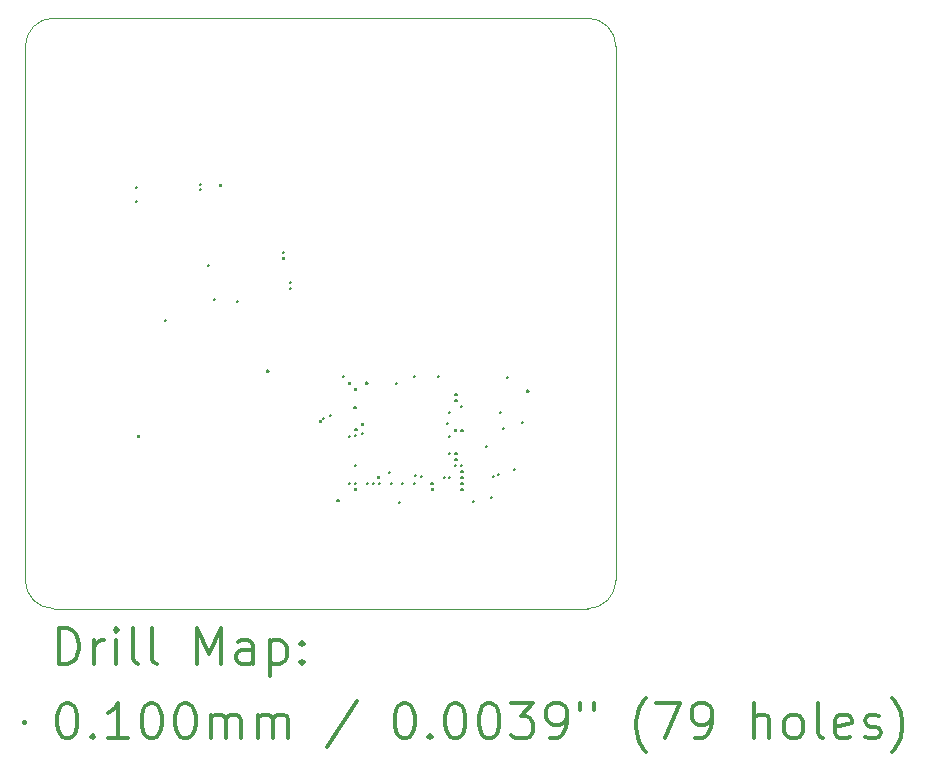
<source format=gbr>
%FSLAX45Y45*%
G04 Gerber Fmt 4.5, Leading zero omitted, Abs format (unit mm)*
G04 Created by KiCad (PCBNEW 5.1.10-88a1d61d58~88~ubuntu20.04.1) date 2021-06-10 18:40:54*
%MOMM*%
%LPD*%
G01*
G04 APERTURE LIST*
%TA.AperFunction,Profile*%
%ADD10C,0.050000*%
%TD*%
%ADD11C,0.200000*%
%ADD12C,0.300000*%
G04 APERTURE END LIST*
D10*
X16500000Y-11410000D02*
G75*
G02*
X16260000Y-11650000I-240000J0D01*
G01*
X11740000Y-11650000D02*
G75*
G02*
X11500000Y-11410000I0J240000D01*
G01*
X16260000Y-6650000D02*
G75*
G02*
X16500000Y-6890000I0J-240000D01*
G01*
X11500000Y-6890000D02*
G75*
G02*
X11740000Y-6650000I240000J0D01*
G01*
X11500000Y-6890000D02*
X11500000Y-7150000D01*
X16260000Y-6650000D02*
X11740000Y-6650000D01*
X16500000Y-11410000D02*
X16500000Y-6890000D01*
X11740000Y-11650000D02*
X16260000Y-11650000D01*
X11500000Y-7150000D02*
X11500000Y-11410000D01*
D11*
X12435483Y-8077983D02*
X12445516Y-8088016D01*
X12445516Y-8077983D02*
X12435483Y-8088016D01*
X12435483Y-8197983D02*
X12445516Y-8208016D01*
X12445516Y-8197983D02*
X12435483Y-8208016D01*
X12450983Y-10182984D02*
X12461016Y-10193017D01*
X12461016Y-10182984D02*
X12450983Y-10193017D01*
X12680483Y-9205484D02*
X12690516Y-9215517D01*
X12690516Y-9205484D02*
X12680483Y-9215517D01*
X12980483Y-8052983D02*
X12990516Y-8063016D01*
X12990516Y-8052983D02*
X12980483Y-8063016D01*
X12980483Y-8097983D02*
X12990516Y-8108016D01*
X12990516Y-8097983D02*
X12980483Y-8108016D01*
X13047983Y-8740484D02*
X13058016Y-8750517D01*
X13058016Y-8740484D02*
X13047983Y-8750517D01*
X13099983Y-9025984D02*
X13110016Y-9036017D01*
X13110016Y-9025984D02*
X13099983Y-9036017D01*
X13148983Y-8057983D02*
X13159016Y-8068016D01*
X13159016Y-8057983D02*
X13148983Y-8068016D01*
X13292983Y-9045484D02*
X13303016Y-9055517D01*
X13303016Y-9045484D02*
X13292983Y-9055517D01*
X13548983Y-9632984D02*
X13559016Y-9643017D01*
X13559016Y-9632984D02*
X13548983Y-9643017D01*
X13682983Y-8676984D02*
X13693016Y-8687017D01*
X13693016Y-8676984D02*
X13682983Y-8687017D01*
X13683983Y-8632984D02*
X13694016Y-8643017D01*
X13694016Y-8632984D02*
X13683983Y-8643017D01*
X13740483Y-8880484D02*
X13750516Y-8890517D01*
X13750516Y-8880484D02*
X13740483Y-8890517D01*
X13740983Y-8937984D02*
X13751016Y-8948017D01*
X13751016Y-8937984D02*
X13740983Y-8948017D01*
X13991045Y-10057234D02*
X14001078Y-10067267D01*
X14001078Y-10057234D02*
X13991045Y-10067267D01*
X14020045Y-10033044D02*
X14030078Y-10043077D01*
X14030078Y-10033044D02*
X14020045Y-10043077D01*
X14079983Y-10012984D02*
X14090016Y-10023017D01*
X14090016Y-10012984D02*
X14079983Y-10023017D01*
X14141983Y-10732484D02*
X14152016Y-10742517D01*
X14152016Y-10732484D02*
X14141983Y-10742517D01*
X14190983Y-9681657D02*
X14201016Y-9691690D01*
X14201016Y-9681657D02*
X14190983Y-9691690D01*
X14238657Y-9733984D02*
X14248690Y-9744017D01*
X14248690Y-9733984D02*
X14238657Y-9744017D01*
X14239596Y-10584869D02*
X14249629Y-10594902D01*
X14249629Y-10584869D02*
X14239596Y-10594902D01*
X14241983Y-10184984D02*
X14252016Y-10195017D01*
X14252016Y-10184984D02*
X14241983Y-10195017D01*
X14285919Y-9938887D02*
X14295952Y-9948920D01*
X14295952Y-9938887D02*
X14285919Y-9948920D01*
X14289483Y-10182484D02*
X14299516Y-10192517D01*
X14299516Y-10182484D02*
X14289483Y-10192517D01*
X14289483Y-10432596D02*
X14299516Y-10442629D01*
X14299516Y-10432596D02*
X14289483Y-10442629D01*
X14289596Y-10584869D02*
X14299629Y-10594902D01*
X14299629Y-10584869D02*
X14289596Y-10594902D01*
X14291983Y-9784984D02*
X14302016Y-9795017D01*
X14302016Y-9784984D02*
X14291983Y-9795017D01*
X14291983Y-10632484D02*
X14302016Y-10642517D01*
X14302016Y-10632484D02*
X14291983Y-10642517D01*
X14294583Y-10126234D02*
X14304616Y-10136267D01*
X14304616Y-10126234D02*
X14294583Y-10136267D01*
X14349483Y-10082484D02*
X14359516Y-10092517D01*
X14359516Y-10082484D02*
X14349483Y-10092517D01*
X14350983Y-10159984D02*
X14361016Y-10170017D01*
X14361016Y-10159984D02*
X14350983Y-10170017D01*
X14388657Y-9733983D02*
X14398690Y-9744016D01*
X14398690Y-9733983D02*
X14388657Y-9744016D01*
X14391983Y-10582484D02*
X14402016Y-10592517D01*
X14402016Y-10582484D02*
X14391983Y-10592517D01*
X14439848Y-10582849D02*
X14449881Y-10592882D01*
X14449881Y-10582849D02*
X14439848Y-10592882D01*
X14486983Y-10529984D02*
X14497016Y-10540017D01*
X14497016Y-10529984D02*
X14486983Y-10540017D01*
X14491983Y-10584984D02*
X14502016Y-10595017D01*
X14502016Y-10584984D02*
X14491983Y-10595017D01*
X14579483Y-10489984D02*
X14589516Y-10500017D01*
X14589516Y-10489984D02*
X14579483Y-10500017D01*
X14595549Y-10588550D02*
X14605582Y-10598583D01*
X14605582Y-10588550D02*
X14595549Y-10598583D01*
X14640983Y-9736310D02*
X14651016Y-9746343D01*
X14651016Y-9736310D02*
X14640983Y-9746343D01*
X14665233Y-10743984D02*
X14675266Y-10754017D01*
X14675266Y-10743984D02*
X14665233Y-10754017D01*
X14689483Y-10584984D02*
X14699516Y-10595017D01*
X14699516Y-10584984D02*
X14689483Y-10595017D01*
X14790983Y-9681657D02*
X14801016Y-9691690D01*
X14801016Y-9681657D02*
X14790983Y-9691690D01*
X14791983Y-10584984D02*
X14802016Y-10595017D01*
X14802016Y-10584984D02*
X14791983Y-10595017D01*
X14795983Y-10516984D02*
X14806016Y-10527017D01*
X14806016Y-10516984D02*
X14795983Y-10527017D01*
X14851842Y-10523765D02*
X14861875Y-10533798D01*
X14861875Y-10523765D02*
X14851842Y-10533798D01*
X14938657Y-10583984D02*
X14948690Y-10594017D01*
X14948690Y-10583984D02*
X14938657Y-10594017D01*
X14939848Y-10632849D02*
X14949881Y-10642882D01*
X14949881Y-10632849D02*
X14939848Y-10642882D01*
X14990983Y-9681657D02*
X15001016Y-9691690D01*
X15001016Y-9681657D02*
X14990983Y-9691690D01*
X15041983Y-10534984D02*
X15052016Y-10545017D01*
X15052016Y-10534984D02*
X15041983Y-10545017D01*
X15071983Y-10075984D02*
X15082016Y-10086017D01*
X15082016Y-10075984D02*
X15071983Y-10086017D01*
X15086983Y-9984984D02*
X15097016Y-9995017D01*
X15097016Y-9984984D02*
X15086983Y-9995017D01*
X15086983Y-10184984D02*
X15097016Y-10195017D01*
X15097016Y-10184984D02*
X15086983Y-10195017D01*
X15086983Y-10329984D02*
X15097016Y-10340017D01*
X15097016Y-10329984D02*
X15086983Y-10340017D01*
X15088208Y-10533584D02*
X15098241Y-10543617D01*
X15098241Y-10533584D02*
X15088208Y-10543617D01*
X15139483Y-10434984D02*
X15149516Y-10445017D01*
X15149516Y-10434984D02*
X15139483Y-10445017D01*
X15139848Y-10132849D02*
X15149881Y-10142882D01*
X15149881Y-10132849D02*
X15139848Y-10142882D01*
X15140983Y-9831657D02*
X15151016Y-9841690D01*
X15151016Y-9831657D02*
X15140983Y-9841690D01*
X15140983Y-9881657D02*
X15151016Y-9891690D01*
X15151016Y-9881657D02*
X15140983Y-9891690D01*
X15141869Y-10382596D02*
X15151902Y-10392629D01*
X15151902Y-10382596D02*
X15141869Y-10392629D01*
X15141983Y-10334984D02*
X15152016Y-10345017D01*
X15152016Y-10334984D02*
X15141983Y-10345017D01*
X15189483Y-10432484D02*
X15199516Y-10442517D01*
X15199516Y-10432484D02*
X15189483Y-10442517D01*
X15190983Y-9931657D02*
X15201016Y-9941690D01*
X15201016Y-9931657D02*
X15190983Y-9941690D01*
X15191983Y-10134984D02*
X15202016Y-10145017D01*
X15202016Y-10134984D02*
X15191983Y-10145017D01*
X15191983Y-10484984D02*
X15202016Y-10495017D01*
X15202016Y-10484984D02*
X15191983Y-10495017D01*
X15191983Y-10534984D02*
X15202016Y-10545017D01*
X15202016Y-10534984D02*
X15191983Y-10545017D01*
X15191983Y-10584984D02*
X15202016Y-10595017D01*
X15202016Y-10584984D02*
X15191983Y-10595017D01*
X15191983Y-10634984D02*
X15202016Y-10645017D01*
X15202016Y-10634984D02*
X15191983Y-10645017D01*
X15291983Y-10734984D02*
X15302016Y-10745017D01*
X15302016Y-10734984D02*
X15291983Y-10745017D01*
X15401983Y-10271320D02*
X15412016Y-10281353D01*
X15412016Y-10271320D02*
X15401983Y-10281353D01*
X15438983Y-10702984D02*
X15449016Y-10713017D01*
X15449016Y-10702984D02*
X15438983Y-10713017D01*
X15455983Y-10529065D02*
X15466016Y-10539098D01*
X15466016Y-10529065D02*
X15455983Y-10539098D01*
X15498983Y-10506234D02*
X15509016Y-10516267D01*
X15509016Y-10506234D02*
X15498983Y-10516267D01*
X15515983Y-9985984D02*
X15526016Y-9996017D01*
X15526016Y-9985984D02*
X15515983Y-9996017D01*
X15544983Y-10121984D02*
X15555016Y-10132017D01*
X15555016Y-10121984D02*
X15544983Y-10132017D01*
X15579575Y-9688887D02*
X15589608Y-9698920D01*
X15589608Y-9688887D02*
X15579575Y-9698920D01*
X15638983Y-10469984D02*
X15649016Y-10480017D01*
X15649016Y-10469984D02*
X15638983Y-10480017D01*
X15703983Y-10068984D02*
X15714016Y-10079017D01*
X15714016Y-10068984D02*
X15703983Y-10079017D01*
X15750983Y-9802984D02*
X15761016Y-9813017D01*
X15761016Y-9802984D02*
X15750983Y-9813017D01*
D12*
X11783928Y-12118214D02*
X11783928Y-11818214D01*
X11855357Y-11818214D01*
X11898214Y-11832500D01*
X11926786Y-11861071D01*
X11941071Y-11889643D01*
X11955357Y-11946786D01*
X11955357Y-11989643D01*
X11941071Y-12046786D01*
X11926786Y-12075357D01*
X11898214Y-12103929D01*
X11855357Y-12118214D01*
X11783928Y-12118214D01*
X12083928Y-12118214D02*
X12083928Y-11918214D01*
X12083928Y-11975357D02*
X12098214Y-11946786D01*
X12112500Y-11932500D01*
X12141071Y-11918214D01*
X12169643Y-11918214D01*
X12269643Y-12118214D02*
X12269643Y-11918214D01*
X12269643Y-11818214D02*
X12255357Y-11832500D01*
X12269643Y-11846786D01*
X12283928Y-11832500D01*
X12269643Y-11818214D01*
X12269643Y-11846786D01*
X12455357Y-12118214D02*
X12426786Y-12103929D01*
X12412500Y-12075357D01*
X12412500Y-11818214D01*
X12612500Y-12118214D02*
X12583928Y-12103929D01*
X12569643Y-12075357D01*
X12569643Y-11818214D01*
X12955357Y-12118214D02*
X12955357Y-11818214D01*
X13055357Y-12032500D01*
X13155357Y-11818214D01*
X13155357Y-12118214D01*
X13426786Y-12118214D02*
X13426786Y-11961071D01*
X13412500Y-11932500D01*
X13383928Y-11918214D01*
X13326786Y-11918214D01*
X13298214Y-11932500D01*
X13426786Y-12103929D02*
X13398214Y-12118214D01*
X13326786Y-12118214D01*
X13298214Y-12103929D01*
X13283928Y-12075357D01*
X13283928Y-12046786D01*
X13298214Y-12018214D01*
X13326786Y-12003929D01*
X13398214Y-12003929D01*
X13426786Y-11989643D01*
X13569643Y-11918214D02*
X13569643Y-12218214D01*
X13569643Y-11932500D02*
X13598214Y-11918214D01*
X13655357Y-11918214D01*
X13683928Y-11932500D01*
X13698214Y-11946786D01*
X13712500Y-11975357D01*
X13712500Y-12061071D01*
X13698214Y-12089643D01*
X13683928Y-12103929D01*
X13655357Y-12118214D01*
X13598214Y-12118214D01*
X13569643Y-12103929D01*
X13841071Y-12089643D02*
X13855357Y-12103929D01*
X13841071Y-12118214D01*
X13826786Y-12103929D01*
X13841071Y-12089643D01*
X13841071Y-12118214D01*
X13841071Y-11932500D02*
X13855357Y-11946786D01*
X13841071Y-11961071D01*
X13826786Y-11946786D01*
X13841071Y-11932500D01*
X13841071Y-11961071D01*
X11487467Y-12607484D02*
X11497500Y-12617517D01*
X11497500Y-12607484D02*
X11487467Y-12617517D01*
X11841071Y-12448214D02*
X11869643Y-12448214D01*
X11898214Y-12462500D01*
X11912500Y-12476786D01*
X11926786Y-12505357D01*
X11941071Y-12562500D01*
X11941071Y-12633929D01*
X11926786Y-12691071D01*
X11912500Y-12719643D01*
X11898214Y-12733929D01*
X11869643Y-12748214D01*
X11841071Y-12748214D01*
X11812500Y-12733929D01*
X11798214Y-12719643D01*
X11783928Y-12691071D01*
X11769643Y-12633929D01*
X11769643Y-12562500D01*
X11783928Y-12505357D01*
X11798214Y-12476786D01*
X11812500Y-12462500D01*
X11841071Y-12448214D01*
X12069643Y-12719643D02*
X12083928Y-12733929D01*
X12069643Y-12748214D01*
X12055357Y-12733929D01*
X12069643Y-12719643D01*
X12069643Y-12748214D01*
X12369643Y-12748214D02*
X12198214Y-12748214D01*
X12283928Y-12748214D02*
X12283928Y-12448214D01*
X12255357Y-12491071D01*
X12226786Y-12519643D01*
X12198214Y-12533929D01*
X12555357Y-12448214D02*
X12583928Y-12448214D01*
X12612500Y-12462500D01*
X12626786Y-12476786D01*
X12641071Y-12505357D01*
X12655357Y-12562500D01*
X12655357Y-12633929D01*
X12641071Y-12691071D01*
X12626786Y-12719643D01*
X12612500Y-12733929D01*
X12583928Y-12748214D01*
X12555357Y-12748214D01*
X12526786Y-12733929D01*
X12512500Y-12719643D01*
X12498214Y-12691071D01*
X12483928Y-12633929D01*
X12483928Y-12562500D01*
X12498214Y-12505357D01*
X12512500Y-12476786D01*
X12526786Y-12462500D01*
X12555357Y-12448214D01*
X12841071Y-12448214D02*
X12869643Y-12448214D01*
X12898214Y-12462500D01*
X12912500Y-12476786D01*
X12926786Y-12505357D01*
X12941071Y-12562500D01*
X12941071Y-12633929D01*
X12926786Y-12691071D01*
X12912500Y-12719643D01*
X12898214Y-12733929D01*
X12869643Y-12748214D01*
X12841071Y-12748214D01*
X12812500Y-12733929D01*
X12798214Y-12719643D01*
X12783928Y-12691071D01*
X12769643Y-12633929D01*
X12769643Y-12562500D01*
X12783928Y-12505357D01*
X12798214Y-12476786D01*
X12812500Y-12462500D01*
X12841071Y-12448214D01*
X13069643Y-12748214D02*
X13069643Y-12548214D01*
X13069643Y-12576786D02*
X13083928Y-12562500D01*
X13112500Y-12548214D01*
X13155357Y-12548214D01*
X13183928Y-12562500D01*
X13198214Y-12591071D01*
X13198214Y-12748214D01*
X13198214Y-12591071D02*
X13212500Y-12562500D01*
X13241071Y-12548214D01*
X13283928Y-12548214D01*
X13312500Y-12562500D01*
X13326786Y-12591071D01*
X13326786Y-12748214D01*
X13469643Y-12748214D02*
X13469643Y-12548214D01*
X13469643Y-12576786D02*
X13483928Y-12562500D01*
X13512500Y-12548214D01*
X13555357Y-12548214D01*
X13583928Y-12562500D01*
X13598214Y-12591071D01*
X13598214Y-12748214D01*
X13598214Y-12591071D02*
X13612500Y-12562500D01*
X13641071Y-12548214D01*
X13683928Y-12548214D01*
X13712500Y-12562500D01*
X13726786Y-12591071D01*
X13726786Y-12748214D01*
X14312500Y-12433929D02*
X14055357Y-12819643D01*
X14698214Y-12448214D02*
X14726786Y-12448214D01*
X14755357Y-12462500D01*
X14769643Y-12476786D01*
X14783928Y-12505357D01*
X14798214Y-12562500D01*
X14798214Y-12633929D01*
X14783928Y-12691071D01*
X14769643Y-12719643D01*
X14755357Y-12733929D01*
X14726786Y-12748214D01*
X14698214Y-12748214D01*
X14669643Y-12733929D01*
X14655357Y-12719643D01*
X14641071Y-12691071D01*
X14626786Y-12633929D01*
X14626786Y-12562500D01*
X14641071Y-12505357D01*
X14655357Y-12476786D01*
X14669643Y-12462500D01*
X14698214Y-12448214D01*
X14926786Y-12719643D02*
X14941071Y-12733929D01*
X14926786Y-12748214D01*
X14912500Y-12733929D01*
X14926786Y-12719643D01*
X14926786Y-12748214D01*
X15126786Y-12448214D02*
X15155357Y-12448214D01*
X15183928Y-12462500D01*
X15198214Y-12476786D01*
X15212500Y-12505357D01*
X15226786Y-12562500D01*
X15226786Y-12633929D01*
X15212500Y-12691071D01*
X15198214Y-12719643D01*
X15183928Y-12733929D01*
X15155357Y-12748214D01*
X15126786Y-12748214D01*
X15098214Y-12733929D01*
X15083928Y-12719643D01*
X15069643Y-12691071D01*
X15055357Y-12633929D01*
X15055357Y-12562500D01*
X15069643Y-12505357D01*
X15083928Y-12476786D01*
X15098214Y-12462500D01*
X15126786Y-12448214D01*
X15412500Y-12448214D02*
X15441071Y-12448214D01*
X15469643Y-12462500D01*
X15483928Y-12476786D01*
X15498214Y-12505357D01*
X15512500Y-12562500D01*
X15512500Y-12633929D01*
X15498214Y-12691071D01*
X15483928Y-12719643D01*
X15469643Y-12733929D01*
X15441071Y-12748214D01*
X15412500Y-12748214D01*
X15383928Y-12733929D01*
X15369643Y-12719643D01*
X15355357Y-12691071D01*
X15341071Y-12633929D01*
X15341071Y-12562500D01*
X15355357Y-12505357D01*
X15369643Y-12476786D01*
X15383928Y-12462500D01*
X15412500Y-12448214D01*
X15612500Y-12448214D02*
X15798214Y-12448214D01*
X15698214Y-12562500D01*
X15741071Y-12562500D01*
X15769643Y-12576786D01*
X15783928Y-12591071D01*
X15798214Y-12619643D01*
X15798214Y-12691071D01*
X15783928Y-12719643D01*
X15769643Y-12733929D01*
X15741071Y-12748214D01*
X15655357Y-12748214D01*
X15626786Y-12733929D01*
X15612500Y-12719643D01*
X15941071Y-12748214D02*
X15998214Y-12748214D01*
X16026786Y-12733929D01*
X16041071Y-12719643D01*
X16069643Y-12676786D01*
X16083928Y-12619643D01*
X16083928Y-12505357D01*
X16069643Y-12476786D01*
X16055357Y-12462500D01*
X16026786Y-12448214D01*
X15969643Y-12448214D01*
X15941071Y-12462500D01*
X15926786Y-12476786D01*
X15912500Y-12505357D01*
X15912500Y-12576786D01*
X15926786Y-12605357D01*
X15941071Y-12619643D01*
X15969643Y-12633929D01*
X16026786Y-12633929D01*
X16055357Y-12619643D01*
X16069643Y-12605357D01*
X16083928Y-12576786D01*
X16198214Y-12448214D02*
X16198214Y-12505357D01*
X16312500Y-12448214D02*
X16312500Y-12505357D01*
X16755357Y-12862500D02*
X16741071Y-12848214D01*
X16712500Y-12805357D01*
X16698214Y-12776786D01*
X16683928Y-12733929D01*
X16669643Y-12662500D01*
X16669643Y-12605357D01*
X16683928Y-12533929D01*
X16698214Y-12491071D01*
X16712500Y-12462500D01*
X16741071Y-12419643D01*
X16755357Y-12405357D01*
X16841071Y-12448214D02*
X17041071Y-12448214D01*
X16912500Y-12748214D01*
X17169643Y-12748214D02*
X17226786Y-12748214D01*
X17255357Y-12733929D01*
X17269643Y-12719643D01*
X17298214Y-12676786D01*
X17312500Y-12619643D01*
X17312500Y-12505357D01*
X17298214Y-12476786D01*
X17283928Y-12462500D01*
X17255357Y-12448214D01*
X17198214Y-12448214D01*
X17169643Y-12462500D01*
X17155357Y-12476786D01*
X17141071Y-12505357D01*
X17141071Y-12576786D01*
X17155357Y-12605357D01*
X17169643Y-12619643D01*
X17198214Y-12633929D01*
X17255357Y-12633929D01*
X17283928Y-12619643D01*
X17298214Y-12605357D01*
X17312500Y-12576786D01*
X17669643Y-12748214D02*
X17669643Y-12448214D01*
X17798214Y-12748214D02*
X17798214Y-12591071D01*
X17783928Y-12562500D01*
X17755357Y-12548214D01*
X17712500Y-12548214D01*
X17683928Y-12562500D01*
X17669643Y-12576786D01*
X17983928Y-12748214D02*
X17955357Y-12733929D01*
X17941071Y-12719643D01*
X17926786Y-12691071D01*
X17926786Y-12605357D01*
X17941071Y-12576786D01*
X17955357Y-12562500D01*
X17983928Y-12548214D01*
X18026786Y-12548214D01*
X18055357Y-12562500D01*
X18069643Y-12576786D01*
X18083928Y-12605357D01*
X18083928Y-12691071D01*
X18069643Y-12719643D01*
X18055357Y-12733929D01*
X18026786Y-12748214D01*
X17983928Y-12748214D01*
X18255357Y-12748214D02*
X18226786Y-12733929D01*
X18212500Y-12705357D01*
X18212500Y-12448214D01*
X18483928Y-12733929D02*
X18455357Y-12748214D01*
X18398214Y-12748214D01*
X18369643Y-12733929D01*
X18355357Y-12705357D01*
X18355357Y-12591071D01*
X18369643Y-12562500D01*
X18398214Y-12548214D01*
X18455357Y-12548214D01*
X18483928Y-12562500D01*
X18498214Y-12591071D01*
X18498214Y-12619643D01*
X18355357Y-12648214D01*
X18612500Y-12733929D02*
X18641071Y-12748214D01*
X18698214Y-12748214D01*
X18726786Y-12733929D01*
X18741071Y-12705357D01*
X18741071Y-12691071D01*
X18726786Y-12662500D01*
X18698214Y-12648214D01*
X18655357Y-12648214D01*
X18626786Y-12633929D01*
X18612500Y-12605357D01*
X18612500Y-12591071D01*
X18626786Y-12562500D01*
X18655357Y-12548214D01*
X18698214Y-12548214D01*
X18726786Y-12562500D01*
X18841071Y-12862500D02*
X18855357Y-12848214D01*
X18883928Y-12805357D01*
X18898214Y-12776786D01*
X18912500Y-12733929D01*
X18926786Y-12662500D01*
X18926786Y-12605357D01*
X18912500Y-12533929D01*
X18898214Y-12491071D01*
X18883928Y-12462500D01*
X18855357Y-12419643D01*
X18841071Y-12405357D01*
M02*

</source>
